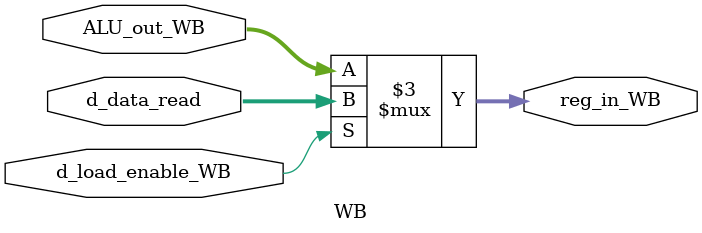
<source format=sv>
module WB(input  logic [31:0] d_data_read,
          input  logic [31:0] ALU_out_WB,
          input  logic        d_load_enable_WB,
          output logic [31:0] reg_in_WB
          );

    always @(*) begin
        if(d_load_enable_WB)
            reg_in_WB = d_data_read;
        else
            reg_in_WB = ALU_out_WB;
    end


endmodule
</source>
